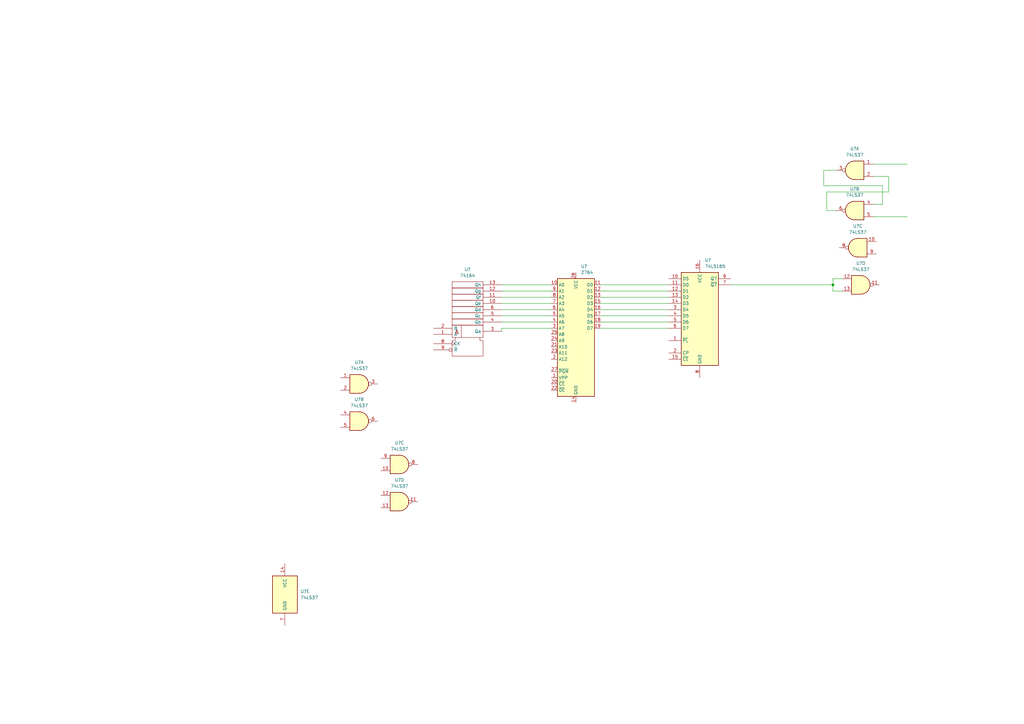
<source format=kicad_sch>
(kicad_sch (version 20211123) (generator eeschema)
  (paper "A3")
  (lib_symbols
    (symbol "74xx:74LS165"
      (property "Reference" "U" (at -7.62 19.05 0))
      (property "Value" "74LS165" (at -7.62 -21.59 0))
      (symbol "74LS165_1_0"
        (pin input line (at -12.7 -10.16 0) (length 5.08) (name "~{PL}") (number "1"))
        (pin input line (at -12.7 15.24 0) (length 5.08) (name "DS") (number "10"))
        (pin input line (at -12.7 12.7 0) (length 5.08) (name "D0") (number "11"))
        (pin input line (at -12.7 10.16 0) (length 5.08) (name "D1") (number "12"))
        (pin input line (at -12.7 7.62 0) (length 5.08) (name "D2") (number "13"))
        (pin input line (at -12.7 5.08 0) (length 5.08) (name "D3") (number "14"))
        (pin input line (at -12.7 -17.78 0) (length 5.08) (name "~{CE}") (number "15"))
        (pin power_in line (at 0 22.86 270) (length 5.08) (name "VCC") (number "16"))
        (pin input line (at -12.7 -15.24 0) (length 5.08) (name "CP") (number "2"))
        (pin input line (at -12.7 2.54 0) (length 5.08) (name "D4") (number "3"))
        (pin input line (at -12.7 0 0) (length 5.08) (name "D5") (number "4"))
        (pin input line (at -12.7 -2.54 0) (length 5.08) (name "D6") (number "5"))
        (pin input line (at -12.7 -5.08 0) (length 5.08) (name "D7") (number "6"))
        (pin output line (at 12.7 12.7 180) (length 5.08) (name "~{Q7}") (number "7"))
        (pin power_in line (at 0 -25.4 90) (length 5.08) (name "GND") (number "8"))
        (pin output line (at 12.7 15.24 180) (length 5.08) (name "Q7") (number "9"))
      )
      (symbol "74LS165_1_1"
        (rectangle (start -7.62 17.78) (end 7.62 -20.32) (stroke (width 0.254)) (fill (type background)))
      )
    )
    (symbol "74xx:74LS37" (pin_names (offset 1.016))
      (property "Reference" "U" (at 0 1.27 0))
      (property "Value" "74LS37" (at 0 -1.27 0))
      (symbol "74LS37_1_1"
        (arc (start 0 -3.81) (mid 3.81 0) (end 0 3.81) (stroke (width 0.254)) (fill (type background)))
        (polyline (pts (xy 0 3.81) (xy -3.81 3.81) (xy -3.81 -3.81) (xy 0 -3.81)) (stroke (width 0.254)) (fill (type background)))
        (pin input line (at -7.62 2.54 0) (length 3.81) (name "~") (number "1"))
        (pin input line (at -7.62 -2.54 0) (length 3.81) (name "~") (number "2"))
        (pin output inverted (at 7.62 0 180) (length 3.81) (name "~") (number "3"))
      )
      (symbol "74LS37_1_2"
        (arc (start -3.81 -3.81) (mid -2.589 0) (end -3.81 3.81) (stroke (width 0.254)))
        (arc (start -0.6096 -3.81) (mid 2.1842 -2.5851) (end 3.81 0) (stroke (width 0.254)) (fill (type background)))
        (polyline (pts (xy -3.81 -3.81) (xy -0.635 -3.81)) (stroke (width 0.254)) (fill (type background)))
        (polyline (pts (xy -3.81 3.81) (xy -0.635 3.81)) (stroke (width 0.254)) (fill (type background)))
        (polyline (pts (xy -0.635 3.81) (xy -3.81 3.81) (xy -3.81 3.81) (xy -3.556 3.4036) (xy -3.0226 2.2606) (xy -2.6924 1.0414) (xy -2.6162 -0.254) (xy -2.7686 -1.4986) (xy -3.175 -2.7178) (xy -3.81 -3.81) (xy -3.81 -3.81) (xy -0.635 -3.81)) (stroke (width -25.4)) (fill (type background)))
        (arc (start 3.81 0) (mid 2.1915 2.5936) (end -0.6096 3.81) (stroke (width 0.254)) (fill (type background)))
        (pin input inverted (at -7.62 2.54 0) (length 4.318) (name "~") (number "1"))
        (pin input inverted (at -7.62 -2.54 0) (length 4.318) (name "~") (number "2"))
        (pin output line (at 7.62 0 180) (length 3.81) (name "~") (number "3"))
      )
      (symbol "74LS37_2_1"
        (arc (start 0 -3.81) (mid 3.81 0) (end 0 3.81) (stroke (width 0.254)) (fill (type background)))
        (polyline (pts (xy 0 3.81) (xy -3.81 3.81) (xy -3.81 -3.81) (xy 0 -3.81)) (stroke (width 0.254)) (fill (type background)))
        (pin input line (at -7.62 2.54 0) (length 3.81) (name "~") (number "4"))
        (pin input line (at -7.62 -2.54 0) (length 3.81) (name "~") (number "5"))
        (pin output inverted (at 7.62 0 180) (length 3.81) (name "~") (number "6"))
      )
      (symbol "74LS37_2_2"
        (arc (start -3.81 -3.81) (mid -2.589 0) (end -3.81 3.81) (stroke (width 0.254)))
        (arc (start -0.6096 -3.81) (mid 2.1842 -2.5851) (end 3.81 0) (stroke (width 0.254)) (fill (type background)))
        (polyline (pts (xy -3.81 -3.81) (xy -0.635 -3.81)) (stroke (width 0.254)) (fill (type background)))
        (polyline (pts (xy -3.81 3.81) (xy -0.635 3.81)) (stroke (width 0.254)) (fill (type background)))
        (polyline (pts (xy -0.635 3.81) (xy -3.81 3.81) (xy -3.81 3.81) (xy -3.556 3.4036) (xy -3.0226 2.2606) (xy -2.6924 1.0414) (xy -2.6162 -0.254) (xy -2.7686 -1.4986) (xy -3.175 -2.7178) (xy -3.81 -3.81) (xy -3.81 -3.81) (xy -0.635 -3.81)) (stroke (width -25.4)) (fill (type background)))
        (arc (start 3.81 0) (mid 2.1915 2.5936) (end -0.6096 3.81) (stroke (width 0.254)) (fill (type background)))
        (pin input inverted (at -7.62 2.54 0) (length 4.318) (name "~") (number "4"))
        (pin input inverted (at -7.62 -2.54 0) (length 4.318) (name "~") (number "5"))
        (pin output line (at 7.62 0 180) (length 3.81) (name "~") (number "6"))
      )
      (symbol "74LS37_3_1"
        (arc (start 0 -3.81) (mid 3.81 0) (end 0 3.81) (stroke (width 0.254)) (fill (type background)))
        (polyline (pts (xy 0 3.81) (xy -3.81 3.81) (xy -3.81 -3.81) (xy 0 -3.81)) (stroke (width 0.254)) (fill (type background)))
        (pin input line (at -7.62 -2.54 0) (length 3.81) (name "~") (number "10"))
        (pin output inverted (at 7.62 0 180) (length 3.81) (name "~") (number "8"))
        (pin input line (at -7.62 2.54 0) (length 3.81) (name "~") (number "9"))
      )
      (symbol "74LS37_3_2"
        (arc (start -3.81 -3.81) (mid -2.589 0) (end -3.81 3.81) (stroke (width 0.254)))
        (arc (start -0.6096 -3.81) (mid 2.1842 -2.5851) (end 3.81 0) (stroke (width 0.254)) (fill (type background)))
        (polyline (pts (xy -3.81 -3.81) (xy -0.635 -3.81)) (stroke (width 0.254)) (fill (type background)))
        (polyline (pts (xy -3.81 3.81) (xy -0.635 3.81)) (stroke (width 0.254)) (fill (type background)))
        (polyline (pts (xy -0.635 3.81) (xy -3.81 3.81) (xy -3.81 3.81) (xy -3.556 3.4036) (xy -3.0226 2.2606) (xy -2.6924 1.0414) (xy -2.6162 -0.254) (xy -2.7686 -1.4986) (xy -3.175 -2.7178) (xy -3.81 -3.81) (xy -3.81 -3.81) (xy -0.635 -3.81)) (stroke (width -25.4)) (fill (type background)))
        (arc (start 3.81 0) (mid 2.1915 2.5936) (end -0.6096 3.81) (stroke (width 0.254)) (fill (type background)))
        (pin input inverted (at -7.62 -2.54 0) (length 4.318) (name "~") (number "10"))
        (pin output line (at 7.62 0 180) (length 3.81) (name "~") (number "8"))
        (pin input inverted (at -7.62 2.54 0) (length 4.318) (name "~") (number "9"))
      )
      (symbol "74LS37_4_1"
        (arc (start 0 -3.81) (mid 3.81 0) (end 0 3.81) (stroke (width 0.254)) (fill (type background)))
        (polyline (pts (xy 0 3.81) (xy -3.81 3.81) (xy -3.81 -3.81) (xy 0 -3.81)) (stroke (width 0.254)) (fill (type background)))
        (pin output inverted (at 7.62 0 180) (length 3.81) (name "~") (number "11"))
        (pin input line (at -7.62 2.54 0) (length 3.81) (name "~") (number "12"))
        (pin input line (at -7.62 -2.54 0) (length 3.81) (name "~") (number "13"))
      )
      (symbol "74LS37_4_2"
        (arc (start -3.81 -3.81) (mid -2.589 0) (end -3.81 3.81) (stroke (width 0.254)))
        (arc (start -0.6096 -3.81) (mid 2.1842 -2.5851) (end 3.81 0) (stroke (width 0.254)) (fill (type background)))
        (polyline (pts (xy -3.81 -3.81) (xy -0.635 -3.81)) (stroke (width 0.254)) (fill (type background)))
        (polyline (pts (xy -3.81 3.81) (xy -0.635 3.81)) (stroke (width 0.254)) (fill (type background)))
        (polyline (pts (xy -0.635 3.81) (xy -3.81 3.81) (xy -3.81 3.81) (xy -3.556 3.4036) (xy -3.0226 2.2606) (xy -2.6924 1.0414) (xy -2.6162 -0.254) (xy -2.7686 -1.4986) (xy -3.175 -2.7178) (xy -3.81 -3.81) (xy -3.81 -3.81) (xy -0.635 -3.81)) (stroke (width -25.4)) (fill (type background)))
        (arc (start 3.81 0) (mid 2.1915 2.5936) (end -0.6096 3.81) (stroke (width 0.254)) (fill (type background)))
        (pin output line (at 7.62 0 180) (length 3.81) (name "~") (number "11"))
        (pin input inverted (at -7.62 2.54 0) (length 4.318) (name "~") (number "12"))
        (pin input inverted (at -7.62 -2.54 0) (length 4.318) (name "~") (number "13"))
      )
      (symbol "74LS37_5_0"
        (pin power_in line (at 0 12.7 270) (length 5.08) (name "VCC") (number "14"))
        (pin power_in line (at 0 -12.7 90) (length 5.08) (name "GND") (number "7"))
      )
      (symbol "74LS37_5_1"
        (rectangle (start -5.08 7.62) (end 5.08 -7.62) (stroke (width 0.254)) (fill (type background)))
      )
    )
    (symbol "74xx_IEEE:74164" (pin_names (offset 0.762))
      (property "Reference" "U" (at 8.89 6.35 0))
      (property "Value" "74164" (at 6.35 -22.86 0))
      (symbol "74164_0_0"
        (text "&" (at -4.318 -1.016 0) (effects (font (size 1.524 1.524))))
      )
      (symbol "74164_0_1"
        (rectangle (start -6.35 -19.05) (end 6.35 -21.59))
        (rectangle (start -6.35 -16.51) (end 6.35 -19.05))
        (rectangle (start -6.35 -13.97) (end 6.35 -16.51))
        (rectangle (start -6.35 -11.43) (end 6.35 -13.97))
        (rectangle (start -6.35 -8.89) (end 6.35 -11.43))
        (rectangle (start -6.35 -6.35) (end 6.35 -8.89))
        (rectangle (start -6.35 -3.81) (end 6.35 -6.35))
        (rectangle (start -6.35 1.27) (end 6.35 -3.81))
        (polyline (pts (xy -2.54 1.27) (xy -2.54 -3.81) (xy -2.54 -3.81)))
        (polyline (pts (xy -5.08 1.27) (xy -5.08 2.54) (xy -6.35 2.54) (xy -6.35 8.89) (xy 6.35 8.89) (xy 6.35 2.54) (xy 5.08 2.54) (xy 5.08 1.27) (xy 5.08 1.27)))
      )
      (symbol "74164_1_1"
        (pin input line (at -13.97 0 0) (length 7.62) (name "A") (number "1"))
        (pin output line (at 13.97 -12.7 180) (length 7.62) (name "Qe") (number "10"))
        (pin output line (at 13.97 -15.24 180) (length 7.62) (name "Qf") (number "11"))
        (pin output line (at 13.97 -17.78 180) (length 7.62) (name "Qg") (number "12"))
        (pin output line (at 13.97 -20.32 180) (length 7.62) (name "Qh") (number "13"))
        (pin power_in line (at 5.08 8.89 270) (length 0) hide (name "Vdd") (number "14"))
        (pin input line (at -13.97 -2.54 0) (length 7.62) (name "B") (number "2"))
        (pin output line (at 13.97 -1.27 180) (length 7.62) (name "Qa") (number "3"))
        (pin output line (at 13.97 -5.08 180) (length 7.62) (name "Qb") (number "4"))
        (pin output line (at 13.97 -7.62 180) (length 7.62) (name "Qc") (number "5"))
        (pin output line (at 13.97 -10.16 180) (length 7.62) (name "Qd") (number "6"))
        (pin power_in line (at 0 8.89 270) (length 0) hide (name "Vss") (number "7"))
        (pin input clock (at -13.97 3.81 0) (length 7.62) (name "CK") (number "8"))
        (pin input inverted (at -13.97 6.35 0) (length 7.62) (name "~{R}") (number "9"))
      )
    )
    (symbol "Memory_EPROM:2764"
      (property "Reference" "U" (at -7.62 24.13 0))
      (property "Value" "2764" (at 2.54 -26.67 0))
      (symbol "2764_1_1"
        (rectangle (start -7.62 22.86) (end 7.62 -25.4) (stroke (width 0.254)) (fill (type background)))
        (pin input line (at -10.16 -17.78 0) (length 2.54) (name "VPP") (number "1"))
        (pin input line (at -10.16 20.32 0) (length 2.54) (name "A0") (number "10"))
        (pin tri_state line (at 10.16 20.32 180) (length 2.54) (name "D0") (number "11"))
        (pin tri_state line (at 10.16 17.78 180) (length 2.54) (name "D1") (number "12"))
        (pin tri_state line (at 10.16 15.24 180) (length 2.54) (name "D2") (number "13"))
        (pin power_in line (at 0 -27.94 90) (length 2.54) (name "GND") (number "14"))
        (pin tri_state line (at 10.16 12.7 180) (length 2.54) (name "D3") (number "15"))
        (pin tri_state line (at 10.16 10.16 180) (length 2.54) (name "D4") (number "16"))
        (pin tri_state line (at 10.16 7.62 180) (length 2.54) (name "D5") (number "17"))
        (pin tri_state line (at 10.16 5.08 180) (length 2.54) (name "D6") (number "18"))
        (pin tri_state line (at 10.16 2.54 180) (length 2.54) (name "D7") (number "19"))
        (pin input line (at -10.16 -10.16 0) (length 2.54) (name "A12") (number "2"))
        (pin input line (at -10.16 -20.32 0) (length 2.54) (name "~{CE}") (number "20"))
        (pin input line (at -10.16 -5.08 0) (length 2.54) (name "A10") (number "21"))
        (pin input line (at -10.16 -22.86 0) (length 2.54) (name "~{OE}") (number "22"))
        (pin input line (at -10.16 -7.62 0) (length 2.54) (name "A11") (number "23"))
        (pin input line (at -10.16 -2.54 0) (length 2.54) (name "A9") (number "24"))
        (pin input line (at -10.16 0 0) (length 2.54) (name "A8") (number "25"))
        (pin no_connect line (at 7.62 0 180) (length 2.54) hide (name "NC") (number "26"))
        (pin input line (at -10.16 -15.24 0) (length 2.54) (name "~{PGM}") (number "27"))
        (pin power_in line (at 0 25.4 270) (length 2.54) (name "VCC") (number "28"))
        (pin input line (at -10.16 2.54 0) (length 2.54) (name "A7") (number "3"))
        (pin input line (at -10.16 5.08 0) (length 2.54) (name "A6") (number "4"))
        (pin input line (at -10.16 7.62 0) (length 2.54) (name "A5") (number "5"))
        (pin input line (at -10.16 10.16 0) (length 2.54) (name "A4") (number "6"))
        (pin input line (at -10.16 12.7 0) (length 2.54) (name "A3") (number "7"))
        (pin input line (at -10.16 15.24 0) (length 2.54) (name "A2") (number "8"))
        (pin input line (at -10.16 17.78 0) (length 2.54) (name "A1") (number "9"))
      )
    )
  )
  (junction (at 341.63 116.84))
  (wire (pts (xy 339.09 78.74) (xy 364.49 78.74)))
  (wire (pts (xy 246.38 127) (xy 274.32 127)))
  (wire (pts (xy 339.09 86.36) (xy 342.9 86.36)))
  (wire (pts (xy 345.44 114.3) (xy 341.63 114.3)))
  (wire (pts (xy 337.82 76.2) (xy 361.95 76.2)))
  (wire (pts (xy 361.95 76.2) (xy 361.95 83.82)))
  (wire (pts (xy 358.14 88.9) (xy 372.11 88.9)))
  (wire (pts (xy 337.82 69.85) (xy 337.82 76.2)))
  (wire (pts (xy 205.74 132.08) (xy 226.06 132.08)))
  (wire (pts (xy 361.95 83.82) (xy 358.14 83.82)))
  (wire (pts (xy 205.74 129.54) (xy 226.06 129.54)))
  (wire (pts (xy 341.63 119.38) (xy 345.44 119.38)))
  (wire (pts (xy 205.74 135.89) (xy 205.74 134.62)))
  (wire (pts (xy 246.38 129.54) (xy 274.32 129.54)))
  (wire (pts (xy 205.74 134.62) (xy 226.06 134.62)))
  (wire (pts (xy 205.74 124.46) (xy 226.06 124.46)))
  (wire (pts (xy 205.74 119.38) (xy 226.06 119.38)))
  (wire (pts (xy 246.38 119.38) (xy 274.32 119.38)))
  (wire (pts (xy 358.14 72.39) (xy 364.49 72.39)))
  (wire (pts (xy 341.63 114.3) (xy 341.63 116.84)))
  (wire (pts (xy 246.38 134.62) (xy 274.32 134.62)))
  (wire (pts (xy 341.63 116.84) (xy 341.63 119.38)))
  (wire (pts (xy 246.38 132.08) (xy 274.32 132.08)))
  (wire (pts (xy 342.9 69.85) (xy 337.82 69.85)))
  (wire (pts (xy 358.14 67.31) (xy 372.11 67.31)))
  (wire (pts (xy 246.38 124.46) (xy 274.32 124.46)))
  (wire (pts (xy 246.38 121.92) (xy 274.32 121.92)))
  (wire (pts (xy 205.74 116.84) (xy 226.06 116.84)))
  (wire (pts (xy 205.74 127) (xy 226.06 127)))
  (wire (pts (xy 205.74 121.92) (xy 226.06 121.92)))
  (wire (pts (xy 339.09 78.74) (xy 339.09 86.36)))
  (wire (pts (xy 299.72 116.84) (xy 341.63 116.84)))
  (wire (pts (xy 246.38 116.84) (xy 274.32 116.84)))
  (wire (pts (xy 364.49 78.74) (xy 364.49 72.39)))
  (symbol (lib_id "74xx:74LS37") (at 350.52 69.85 0) (mirror y) (unit 1)
    (property "Reference" "U?" (at 350.52 60.96 0))
    (property "Value" "74LS37" (at 350.52 63.5 0))
    (property "Datasheet" "http://www.ti.com/lit/gpn/sn74ls37" (effects hide))
  )
  (symbol (lib_id "74xx:74LS37") (at 147.32 157.48 0) (unit 1)
    (property "Reference" "U?" (at 147.32 148.59 0))
    (property "Value" "74LS37" (at 147.32 151.13 0))
    (property "Datasheet" "http://www.ti.com/lit/gpn/sn74ls37" (effects hide))
  )
  (symbol (lib_id "74xx:74LS37") (at 147.32 172.72 0) (unit 2)
    (property "Reference" "U?" (at 147.32 163.83 0))
    (property "Value" "74LS37" (at 147.32 166.37 0))
    (property "Datasheet" "http://www.ti.com/lit/gpn/sn74ls37" (effects hide))
  )
  (symbol (lib_id "74xx:74LS37") (at 116.84 243.84 0) (unit 5)
    (property "Reference" "U?" (at 123.19 242.5699 0) (effects (justify left)))
    (property "Value" "74LS37" (at 123.19 245.1099 0) (effects (justify left)))
    (property "Datasheet" "http://www.ti.com/lit/gpn/sn74ls37" (effects hide))
  )
  (symbol (lib_id "74xx:74LS37") (at 163.83 205.74 0) (unit 4)
    (property "Reference" "U?" (at 163.83 196.85 0))
    (property "Value" "74LS37" (at 163.83 199.39 0))
    (property "Datasheet" "http://www.ti.com/lit/gpn/sn74ls37" (effects hide))
  )
  (symbol (lib_id "74xx:74LS37") (at 351.79 101.6 180) (unit 3)
    (property "Reference" "U?" (at 351.79 92.71 0))
    (property "Value" "74LS37" (at 351.79 95.25 0))
    (property "Datasheet" "http://www.ti.com/lit/gpn/sn74ls37" (effects hide))
  )
  (symbol (lib_id "74xx:74LS37") (at 353.06 116.84 0) (unit 4)
    (property "Reference" "U?" (at 353.06 107.95 0))
    (property "Value" "74LS37" (at 353.06 110.49 0))
    (property "Datasheet" "http://www.ti.com/lit/gpn/sn74ls37" (effects hide))
  )
  (symbol (lib_id "74xx:74LS37") (at 163.83 190.5 0) (unit 3)
    (property "Reference" "U?" (at 163.83 181.61 0))
    (property "Value" "74LS37" (at 163.83 184.15 0))
    (property "Datasheet" "http://www.ti.com/lit/gpn/sn74ls37" (effects hide))
  )
  (symbol (lib_id "74xx:74LS37") (at 350.52 86.36 0) (mirror y) (unit 2)
    (property "Reference" "U?" (at 350.52 77.47 0))
    (property "Value" "74LS37" (at 350.52 80.01 0))
    (property "Datasheet" "http://www.ti.com/lit/gpn/sn74ls37" (effects hide))
  )
  (symbol (lib_id "Memory_EPROM:2764") (at 236.22 137.16 0) (unit 1)
    (property "Reference" "U?" (at 238.2394 109.22 0) (effects (justify left)))
    (property "Value" "2764" (at 238.2394 111.76 0) (effects (justify left)))
    (property "Footprint" "Package_DIP:DIP-28_W15.24mm" (effects hide))
    (property "Datasheet" "https://downloads.reactivemicro.com/Electronics/ROM/2764%20EPROM.pdf" (effects hide))
  )
  (symbol (lib_id "74xx_IEEE:74164") (at 191.77 137.16 0) (mirror x) (unit 1)
    (property "Reference" "U?" (at 191.77 110.49 0))
    (property "Value" "74164" (at 191.77 113.03 0))
  )
  (symbol (lib_id "74xx:74LS165") (at 287.02 129.54 0) (unit 1)
    (property "Reference" "U?" (at 289.0394 106.68 0) (effects (justify left)))
    (property "Value" "74LS165" (at 289.0394 109.22 0) (effects (justify left)))
    (property "Datasheet" "https://www.ti.com/lit/ds/symlink/sn74ls165a.pdf" (effects hide))
  )
)
</source>
